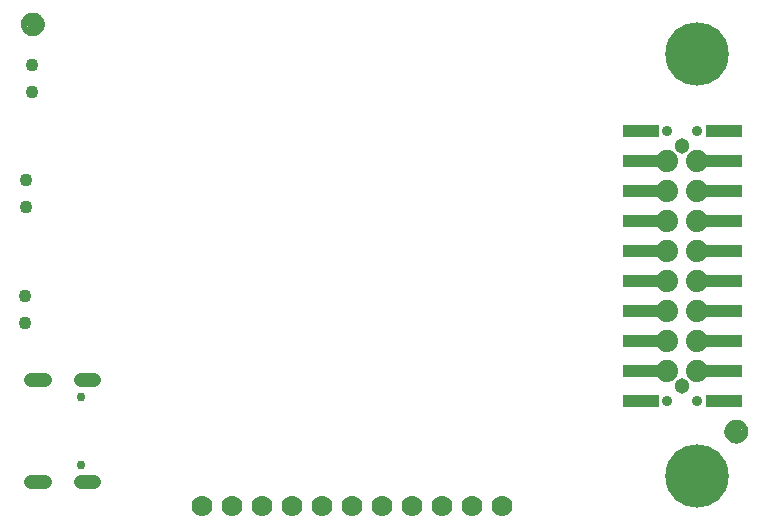
<source format=gbr>
G04 EAGLE Gerber RS-274X export*
G75*
%MOMM*%
%FSLAX34Y34*%
%LPD*%
%INSoldermask Bottom*%
%IPPOS*%
%AMOC8*
5,1,8,0,0,1.08239X$1,22.5*%
G01*
%ADD10C,1.209600*%
%ADD11C,0.751600*%
%ADD12C,1.101600*%
%ADD13C,5.367600*%
%ADD14C,1.778000*%
%ADD15C,0.469900*%
%ADD16C,1.879600*%
%ADD17R,3.101600X1.121600*%
%ADD18C,1.301600*%
%ADD19C,0.901600*%


D10*
X20460Y125750D02*
X31540Y125750D01*
X31540Y39350D02*
X20460Y39350D01*
X62260Y39350D02*
X73340Y39350D01*
X73340Y125750D02*
X62260Y125750D01*
D11*
X62800Y53650D03*
X62800Y111450D03*
D12*
X21130Y392500D03*
X21130Y369500D03*
X16050Y294710D03*
X16050Y271710D03*
X14780Y196920D03*
X14780Y173920D03*
D13*
X584200Y44450D03*
X584200Y401320D03*
D14*
X419100Y19050D03*
X393700Y19050D03*
X368300Y19050D03*
X342900Y19050D03*
X317500Y19050D03*
X292100Y19050D03*
X266700Y19050D03*
X241300Y19050D03*
X215900Y19050D03*
X190500Y19050D03*
X165100Y19050D03*
D12*
X617220Y81915D03*
D15*
X624720Y81915D02*
X624718Y82096D01*
X624711Y82277D01*
X624700Y82458D01*
X624685Y82639D01*
X624665Y82819D01*
X624641Y82999D01*
X624613Y83178D01*
X624580Y83356D01*
X624543Y83533D01*
X624502Y83710D01*
X624457Y83885D01*
X624407Y84060D01*
X624353Y84233D01*
X624295Y84404D01*
X624233Y84575D01*
X624166Y84743D01*
X624096Y84910D01*
X624022Y85076D01*
X623943Y85239D01*
X623861Y85400D01*
X623775Y85560D01*
X623685Y85717D01*
X623591Y85872D01*
X623494Y86025D01*
X623392Y86175D01*
X623288Y86323D01*
X623179Y86469D01*
X623068Y86611D01*
X622952Y86751D01*
X622834Y86888D01*
X622712Y87023D01*
X622587Y87154D01*
X622459Y87282D01*
X622328Y87407D01*
X622193Y87529D01*
X622056Y87647D01*
X621916Y87763D01*
X621774Y87874D01*
X621628Y87983D01*
X621480Y88087D01*
X621330Y88189D01*
X621177Y88286D01*
X621022Y88380D01*
X620865Y88470D01*
X620705Y88556D01*
X620544Y88638D01*
X620381Y88717D01*
X620215Y88791D01*
X620048Y88861D01*
X619880Y88928D01*
X619709Y88990D01*
X619538Y89048D01*
X619365Y89102D01*
X619190Y89152D01*
X619015Y89197D01*
X618838Y89238D01*
X618661Y89275D01*
X618483Y89308D01*
X618304Y89336D01*
X618124Y89360D01*
X617944Y89380D01*
X617763Y89395D01*
X617582Y89406D01*
X617401Y89413D01*
X617220Y89415D01*
X617039Y89413D01*
X616858Y89406D01*
X616677Y89395D01*
X616496Y89380D01*
X616316Y89360D01*
X616136Y89336D01*
X615957Y89308D01*
X615779Y89275D01*
X615602Y89238D01*
X615425Y89197D01*
X615250Y89152D01*
X615075Y89102D01*
X614902Y89048D01*
X614731Y88990D01*
X614560Y88928D01*
X614392Y88861D01*
X614225Y88791D01*
X614059Y88717D01*
X613896Y88638D01*
X613735Y88556D01*
X613575Y88470D01*
X613418Y88380D01*
X613263Y88286D01*
X613110Y88189D01*
X612960Y88087D01*
X612812Y87983D01*
X612666Y87874D01*
X612524Y87763D01*
X612384Y87647D01*
X612247Y87529D01*
X612112Y87407D01*
X611981Y87282D01*
X611853Y87154D01*
X611728Y87023D01*
X611606Y86888D01*
X611488Y86751D01*
X611372Y86611D01*
X611261Y86469D01*
X611152Y86323D01*
X611048Y86175D01*
X610946Y86025D01*
X610849Y85872D01*
X610755Y85717D01*
X610665Y85560D01*
X610579Y85400D01*
X610497Y85239D01*
X610418Y85076D01*
X610344Y84910D01*
X610274Y84743D01*
X610207Y84575D01*
X610145Y84404D01*
X610087Y84233D01*
X610033Y84060D01*
X609983Y83885D01*
X609938Y83710D01*
X609897Y83533D01*
X609860Y83356D01*
X609827Y83178D01*
X609799Y82999D01*
X609775Y82819D01*
X609755Y82639D01*
X609740Y82458D01*
X609729Y82277D01*
X609722Y82096D01*
X609720Y81915D01*
X609722Y81734D01*
X609729Y81553D01*
X609740Y81372D01*
X609755Y81191D01*
X609775Y81011D01*
X609799Y80831D01*
X609827Y80652D01*
X609860Y80474D01*
X609897Y80297D01*
X609938Y80120D01*
X609983Y79945D01*
X610033Y79770D01*
X610087Y79597D01*
X610145Y79426D01*
X610207Y79255D01*
X610274Y79087D01*
X610344Y78920D01*
X610418Y78754D01*
X610497Y78591D01*
X610579Y78430D01*
X610665Y78270D01*
X610755Y78113D01*
X610849Y77958D01*
X610946Y77805D01*
X611048Y77655D01*
X611152Y77507D01*
X611261Y77361D01*
X611372Y77219D01*
X611488Y77079D01*
X611606Y76942D01*
X611728Y76807D01*
X611853Y76676D01*
X611981Y76548D01*
X612112Y76423D01*
X612247Y76301D01*
X612384Y76183D01*
X612524Y76067D01*
X612666Y75956D01*
X612812Y75847D01*
X612960Y75743D01*
X613110Y75641D01*
X613263Y75544D01*
X613418Y75450D01*
X613575Y75360D01*
X613735Y75274D01*
X613896Y75192D01*
X614059Y75113D01*
X614225Y75039D01*
X614392Y74969D01*
X614560Y74902D01*
X614731Y74840D01*
X614902Y74782D01*
X615075Y74728D01*
X615250Y74678D01*
X615425Y74633D01*
X615602Y74592D01*
X615779Y74555D01*
X615957Y74522D01*
X616136Y74494D01*
X616316Y74470D01*
X616496Y74450D01*
X616677Y74435D01*
X616858Y74424D01*
X617039Y74417D01*
X617220Y74415D01*
X617401Y74417D01*
X617582Y74424D01*
X617763Y74435D01*
X617944Y74450D01*
X618124Y74470D01*
X618304Y74494D01*
X618483Y74522D01*
X618661Y74555D01*
X618838Y74592D01*
X619015Y74633D01*
X619190Y74678D01*
X619365Y74728D01*
X619538Y74782D01*
X619709Y74840D01*
X619880Y74902D01*
X620048Y74969D01*
X620215Y75039D01*
X620381Y75113D01*
X620544Y75192D01*
X620705Y75274D01*
X620865Y75360D01*
X621022Y75450D01*
X621177Y75544D01*
X621330Y75641D01*
X621480Y75743D01*
X621628Y75847D01*
X621774Y75956D01*
X621916Y76067D01*
X622056Y76183D01*
X622193Y76301D01*
X622328Y76423D01*
X622459Y76548D01*
X622587Y76676D01*
X622712Y76807D01*
X622834Y76942D01*
X622952Y77079D01*
X623068Y77219D01*
X623179Y77361D01*
X623288Y77507D01*
X623392Y77655D01*
X623494Y77805D01*
X623591Y77958D01*
X623685Y78113D01*
X623775Y78270D01*
X623861Y78430D01*
X623943Y78591D01*
X624022Y78754D01*
X624096Y78920D01*
X624166Y79087D01*
X624233Y79255D01*
X624295Y79426D01*
X624353Y79597D01*
X624407Y79770D01*
X624457Y79945D01*
X624502Y80120D01*
X624543Y80297D01*
X624580Y80474D01*
X624613Y80652D01*
X624641Y80831D01*
X624665Y81011D01*
X624685Y81191D01*
X624700Y81372D01*
X624711Y81553D01*
X624718Y81734D01*
X624720Y81915D01*
D12*
X21590Y426720D03*
D15*
X29090Y426720D02*
X29088Y426901D01*
X29081Y427082D01*
X29070Y427263D01*
X29055Y427444D01*
X29035Y427624D01*
X29011Y427804D01*
X28983Y427983D01*
X28950Y428161D01*
X28913Y428338D01*
X28872Y428515D01*
X28827Y428690D01*
X28777Y428865D01*
X28723Y429038D01*
X28665Y429209D01*
X28603Y429380D01*
X28536Y429548D01*
X28466Y429715D01*
X28392Y429881D01*
X28313Y430044D01*
X28231Y430205D01*
X28145Y430365D01*
X28055Y430522D01*
X27961Y430677D01*
X27864Y430830D01*
X27762Y430980D01*
X27658Y431128D01*
X27549Y431274D01*
X27438Y431416D01*
X27322Y431556D01*
X27204Y431693D01*
X27082Y431828D01*
X26957Y431959D01*
X26829Y432087D01*
X26698Y432212D01*
X26563Y432334D01*
X26426Y432452D01*
X26286Y432568D01*
X26144Y432679D01*
X25998Y432788D01*
X25850Y432892D01*
X25700Y432994D01*
X25547Y433091D01*
X25392Y433185D01*
X25235Y433275D01*
X25075Y433361D01*
X24914Y433443D01*
X24751Y433522D01*
X24585Y433596D01*
X24418Y433666D01*
X24250Y433733D01*
X24079Y433795D01*
X23908Y433853D01*
X23735Y433907D01*
X23560Y433957D01*
X23385Y434002D01*
X23208Y434043D01*
X23031Y434080D01*
X22853Y434113D01*
X22674Y434141D01*
X22494Y434165D01*
X22314Y434185D01*
X22133Y434200D01*
X21952Y434211D01*
X21771Y434218D01*
X21590Y434220D01*
X21409Y434218D01*
X21228Y434211D01*
X21047Y434200D01*
X20866Y434185D01*
X20686Y434165D01*
X20506Y434141D01*
X20327Y434113D01*
X20149Y434080D01*
X19972Y434043D01*
X19795Y434002D01*
X19620Y433957D01*
X19445Y433907D01*
X19272Y433853D01*
X19101Y433795D01*
X18930Y433733D01*
X18762Y433666D01*
X18595Y433596D01*
X18429Y433522D01*
X18266Y433443D01*
X18105Y433361D01*
X17945Y433275D01*
X17788Y433185D01*
X17633Y433091D01*
X17480Y432994D01*
X17330Y432892D01*
X17182Y432788D01*
X17036Y432679D01*
X16894Y432568D01*
X16754Y432452D01*
X16617Y432334D01*
X16482Y432212D01*
X16351Y432087D01*
X16223Y431959D01*
X16098Y431828D01*
X15976Y431693D01*
X15858Y431556D01*
X15742Y431416D01*
X15631Y431274D01*
X15522Y431128D01*
X15418Y430980D01*
X15316Y430830D01*
X15219Y430677D01*
X15125Y430522D01*
X15035Y430365D01*
X14949Y430205D01*
X14867Y430044D01*
X14788Y429881D01*
X14714Y429715D01*
X14644Y429548D01*
X14577Y429380D01*
X14515Y429209D01*
X14457Y429038D01*
X14403Y428865D01*
X14353Y428690D01*
X14308Y428515D01*
X14267Y428338D01*
X14230Y428161D01*
X14197Y427983D01*
X14169Y427804D01*
X14145Y427624D01*
X14125Y427444D01*
X14110Y427263D01*
X14099Y427082D01*
X14092Y426901D01*
X14090Y426720D01*
X14092Y426539D01*
X14099Y426358D01*
X14110Y426177D01*
X14125Y425996D01*
X14145Y425816D01*
X14169Y425636D01*
X14197Y425457D01*
X14230Y425279D01*
X14267Y425102D01*
X14308Y424925D01*
X14353Y424750D01*
X14403Y424575D01*
X14457Y424402D01*
X14515Y424231D01*
X14577Y424060D01*
X14644Y423892D01*
X14714Y423725D01*
X14788Y423559D01*
X14867Y423396D01*
X14949Y423235D01*
X15035Y423075D01*
X15125Y422918D01*
X15219Y422763D01*
X15316Y422610D01*
X15418Y422460D01*
X15522Y422312D01*
X15631Y422166D01*
X15742Y422024D01*
X15858Y421884D01*
X15976Y421747D01*
X16098Y421612D01*
X16223Y421481D01*
X16351Y421353D01*
X16482Y421228D01*
X16617Y421106D01*
X16754Y420988D01*
X16894Y420872D01*
X17036Y420761D01*
X17182Y420652D01*
X17330Y420548D01*
X17480Y420446D01*
X17633Y420349D01*
X17788Y420255D01*
X17945Y420165D01*
X18105Y420079D01*
X18266Y419997D01*
X18429Y419918D01*
X18595Y419844D01*
X18762Y419774D01*
X18930Y419707D01*
X19101Y419645D01*
X19272Y419587D01*
X19445Y419533D01*
X19620Y419483D01*
X19795Y419438D01*
X19972Y419397D01*
X20149Y419360D01*
X20327Y419327D01*
X20506Y419299D01*
X20686Y419275D01*
X20866Y419255D01*
X21047Y419240D01*
X21228Y419229D01*
X21409Y419222D01*
X21590Y419220D01*
X21771Y419222D01*
X21952Y419229D01*
X22133Y419240D01*
X22314Y419255D01*
X22494Y419275D01*
X22674Y419299D01*
X22853Y419327D01*
X23031Y419360D01*
X23208Y419397D01*
X23385Y419438D01*
X23560Y419483D01*
X23735Y419533D01*
X23908Y419587D01*
X24079Y419645D01*
X24250Y419707D01*
X24418Y419774D01*
X24585Y419844D01*
X24751Y419918D01*
X24914Y419997D01*
X25075Y420079D01*
X25235Y420165D01*
X25392Y420255D01*
X25547Y420349D01*
X25700Y420446D01*
X25850Y420548D01*
X25998Y420652D01*
X26144Y420761D01*
X26286Y420872D01*
X26426Y420988D01*
X26563Y421106D01*
X26698Y421228D01*
X26829Y421353D01*
X26957Y421481D01*
X27082Y421612D01*
X27204Y421747D01*
X27322Y421884D01*
X27438Y422024D01*
X27549Y422166D01*
X27658Y422312D01*
X27762Y422460D01*
X27864Y422610D01*
X27961Y422763D01*
X28055Y422918D01*
X28145Y423075D01*
X28231Y423235D01*
X28313Y423396D01*
X28392Y423559D01*
X28466Y423725D01*
X28536Y423892D01*
X28603Y424060D01*
X28665Y424231D01*
X28723Y424402D01*
X28777Y424575D01*
X28827Y424750D01*
X28872Y424925D01*
X28913Y425102D01*
X28950Y425279D01*
X28983Y425457D01*
X29011Y425636D01*
X29035Y425816D01*
X29055Y425996D01*
X29070Y426177D01*
X29081Y426358D01*
X29088Y426539D01*
X29090Y426720D01*
D16*
X558800Y311150D03*
X584200Y311150D03*
X558800Y285750D03*
X584200Y285750D03*
X558800Y260350D03*
X584200Y260350D03*
X558800Y234950D03*
X584200Y234950D03*
X558800Y209550D03*
X584200Y209550D03*
X558800Y184150D03*
X584200Y184150D03*
X558800Y158750D03*
X584200Y158750D03*
X558800Y133350D03*
X584200Y133350D03*
D17*
X606500Y336550D03*
X536500Y336550D03*
X606500Y311150D03*
X536500Y311150D03*
X606500Y285750D03*
X536500Y285750D03*
X606500Y260350D03*
X536500Y260350D03*
X606500Y234950D03*
X536500Y234950D03*
X606500Y209550D03*
X536500Y209550D03*
X606500Y184150D03*
X536500Y184150D03*
X606500Y158750D03*
X536500Y158750D03*
X606500Y133350D03*
X536500Y133350D03*
X606500Y107950D03*
X536500Y107950D03*
D18*
X571500Y323850D03*
X571500Y120650D03*
D19*
X584200Y336550D03*
X558800Y336550D03*
X584200Y107950D03*
X558800Y107950D03*
M02*

</source>
